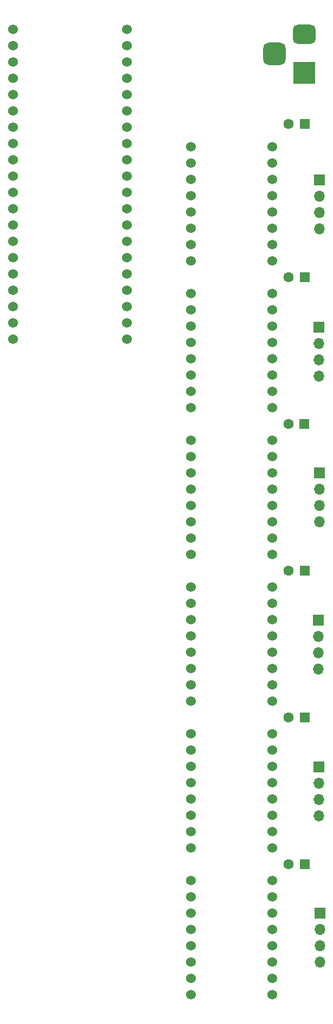
<source format=gbs>
G04 #@! TF.GenerationSoftware,KiCad,Pcbnew,(6.0.7)*
G04 #@! TF.CreationDate,2023-02-18T18:42:52+09:00*
G04 #@! TF.ProjectId,driver,64726976-6572-42e6-9b69-6361645f7063,rev?*
G04 #@! TF.SameCoordinates,Original*
G04 #@! TF.FileFunction,Soldermask,Bot*
G04 #@! TF.FilePolarity,Negative*
%FSLAX46Y46*%
G04 Gerber Fmt 4.6, Leading zero omitted, Abs format (unit mm)*
G04 Created by KiCad (PCBNEW (6.0.7)) date 2023-02-18 18:42:52*
%MOMM*%
%LPD*%
G01*
G04 APERTURE LIST*
G04 Aperture macros list*
%AMRoundRect*
0 Rectangle with rounded corners*
0 $1 Rounding radius*
0 $2 $3 $4 $5 $6 $7 $8 $9 X,Y pos of 4 corners*
0 Add a 4 corners polygon primitive as box body*
4,1,4,$2,$3,$4,$5,$6,$7,$8,$9,$2,$3,0*
0 Add four circle primitives for the rounded corners*
1,1,$1+$1,$2,$3*
1,1,$1+$1,$4,$5*
1,1,$1+$1,$6,$7*
1,1,$1+$1,$8,$9*
0 Add four rect primitives between the rounded corners*
20,1,$1+$1,$2,$3,$4,$5,0*
20,1,$1+$1,$4,$5,$6,$7,0*
20,1,$1+$1,$6,$7,$8,$9,0*
20,1,$1+$1,$8,$9,$2,$3,0*%
G04 Aperture macros list end*
%ADD10O,1.700000X1.700000*%
%ADD11R,1.700000X1.700000*%
%ADD12C,1.524000*%
%ADD13R,1.600000X1.600000*%
%ADD14C,1.600000*%
%ADD15R,3.500000X3.500000*%
%ADD16RoundRect,0.750000X-1.000000X0.750000X-1.000000X-0.750000X1.000000X-0.750000X1.000000X0.750000X0*%
%ADD17RoundRect,0.875000X-0.875000X0.875000X-0.875000X-0.875000X0.875000X-0.875000X0.875000X0.875000X0*%
G04 APERTURE END LIST*
D10*
X136850000Y-149945000D03*
X136850000Y-147405000D03*
X136850000Y-144865000D03*
D11*
X136850000Y-142325000D03*
D12*
X116840000Y-137160000D03*
X116840000Y-139700000D03*
X116840000Y-142240000D03*
X116840000Y-144780000D03*
X116840000Y-147320000D03*
X116840000Y-149860000D03*
X116840000Y-152400000D03*
X116840000Y-154940000D03*
X129540000Y-137160000D03*
X129540000Y-139700000D03*
X129540000Y-142240000D03*
X129540000Y-144780000D03*
X129540000Y-147320000D03*
X129540000Y-149860000D03*
X129540000Y-152400000D03*
X129540000Y-154940000D03*
D13*
X134620000Y-157480000D03*
D14*
X132120000Y-157480000D03*
D12*
X116840000Y-45720000D03*
X116840000Y-48260000D03*
X116840000Y-50800000D03*
X116840000Y-53340000D03*
X116840000Y-55880000D03*
X116840000Y-58420000D03*
X116840000Y-60960000D03*
X116840000Y-63500000D03*
X129540000Y-45720000D03*
X129540000Y-48260000D03*
X129540000Y-50800000D03*
X129540000Y-53340000D03*
X129540000Y-55880000D03*
X129540000Y-58420000D03*
X129540000Y-60960000D03*
X129540000Y-63500000D03*
D15*
X134561500Y-34194000D03*
D16*
X134561500Y-28194000D03*
D17*
X129861500Y-31194000D03*
D12*
X116840000Y-160020000D03*
X116840000Y-162560000D03*
X116840000Y-165100000D03*
X116840000Y-167640000D03*
X116840000Y-170180000D03*
X116840000Y-172720000D03*
X116840000Y-175260000D03*
X116840000Y-177800000D03*
X129540000Y-160020000D03*
X129540000Y-162560000D03*
X129540000Y-165100000D03*
X129540000Y-167640000D03*
X129540000Y-170180000D03*
X129540000Y-172720000D03*
X129540000Y-175260000D03*
X129540000Y-177800000D03*
X116840000Y-114300000D03*
X116840000Y-116840000D03*
X116840000Y-119380000D03*
X116840000Y-121920000D03*
X116840000Y-124460000D03*
X116840000Y-127000000D03*
X116840000Y-129540000D03*
X116840000Y-132080000D03*
X129540000Y-114300000D03*
X129540000Y-116840000D03*
X129540000Y-119380000D03*
X129540000Y-121920000D03*
X129540000Y-124460000D03*
X129540000Y-127000000D03*
X129540000Y-129540000D03*
X129540000Y-132080000D03*
X116840000Y-91440000D03*
X116840000Y-93980000D03*
X116840000Y-96520000D03*
X116840000Y-99060000D03*
X116840000Y-101600000D03*
X116840000Y-104140000D03*
X116840000Y-106680000D03*
X116840000Y-109220000D03*
X129540000Y-91440000D03*
X129540000Y-93980000D03*
X129540000Y-96520000D03*
X129540000Y-99060000D03*
X129540000Y-101600000D03*
X129540000Y-104140000D03*
X129540000Y-106680000D03*
X129540000Y-109220000D03*
D13*
X134620000Y-111760000D03*
D14*
X132120000Y-111760000D03*
D13*
X134620000Y-66040000D03*
D14*
X132120000Y-66040000D03*
D13*
X134620000Y-134620000D03*
D14*
X132120000Y-134620000D03*
D12*
X116840000Y-68580000D03*
X116840000Y-71120000D03*
X116840000Y-73660000D03*
X116840000Y-76200000D03*
X116840000Y-78740000D03*
X116840000Y-81280000D03*
X116840000Y-83820000D03*
X116840000Y-86360000D03*
X129540000Y-68580000D03*
X129540000Y-71120000D03*
X129540000Y-73660000D03*
X129540000Y-76200000D03*
X129540000Y-78740000D03*
X129540000Y-81280000D03*
X129540000Y-83820000D03*
X129540000Y-86360000D03*
D13*
X134580000Y-88900000D03*
D14*
X132080000Y-88900000D03*
D12*
X89060400Y-27401000D03*
X89060400Y-29941000D03*
X89060400Y-32481000D03*
X89060400Y-35021000D03*
X89060400Y-37561000D03*
X89060400Y-40101000D03*
X89060400Y-42641000D03*
X89060400Y-45181000D03*
X89060400Y-47721000D03*
X89060400Y-50261000D03*
X89060400Y-52801000D03*
X89060400Y-55341000D03*
X89060400Y-57881000D03*
X89060400Y-60421000D03*
X89060400Y-62961000D03*
X89060400Y-65501000D03*
X89060400Y-68041000D03*
X89060400Y-70581000D03*
X89060400Y-73121000D03*
X89060400Y-75661000D03*
X106840400Y-75661000D03*
X106840400Y-73121000D03*
X106840400Y-70581000D03*
X106840400Y-68041000D03*
X106840400Y-65501000D03*
X106840400Y-62961000D03*
X106840400Y-60421000D03*
X106840400Y-57881000D03*
X106840400Y-55341000D03*
X106840400Y-52801000D03*
X106840400Y-50261000D03*
X106840400Y-47721000D03*
X106840400Y-45181000D03*
X106840400Y-42641000D03*
X106840400Y-40101000D03*
X106840400Y-37561000D03*
X106840400Y-35021000D03*
X106840400Y-32481000D03*
X106840400Y-29941000D03*
X106840400Y-27401000D03*
D13*
X134620000Y-42164000D03*
D14*
X132120000Y-42164000D03*
D11*
X136875000Y-73800000D03*
D10*
X136875000Y-76340000D03*
X136875000Y-78880000D03*
X136875000Y-81420000D03*
D11*
X136800000Y-119450000D03*
D10*
X136800000Y-121990000D03*
X136800000Y-124530000D03*
X136800000Y-127070000D03*
D11*
X136925000Y-50850000D03*
D10*
X136925000Y-53390000D03*
X136925000Y-55930000D03*
X136925000Y-58470000D03*
D11*
X136925000Y-96500000D03*
D10*
X136925000Y-99040000D03*
X136925000Y-101580000D03*
X136925000Y-104120000D03*
D11*
X136975000Y-165125000D03*
D10*
X136975000Y-167665000D03*
X136975000Y-170205000D03*
X136975000Y-172745000D03*
M02*

</source>
